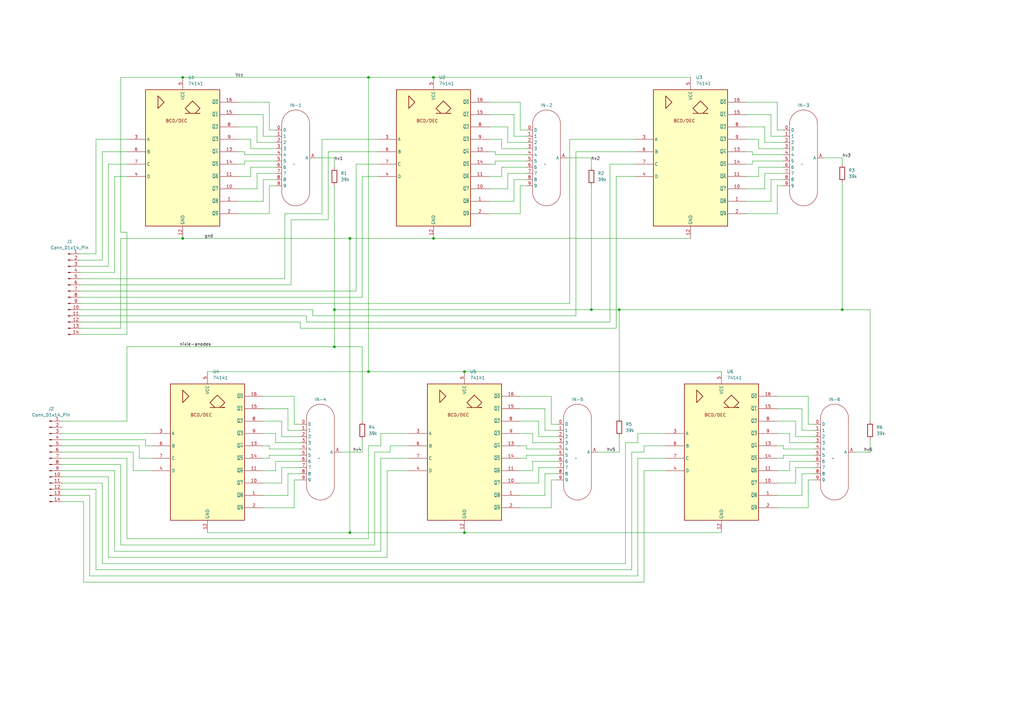
<source format=kicad_sch>
(kicad_sch (version 20230121) (generator eeschema)
  (paper "A3")
  (lib_symbols
    (symbol "Connector:Conn_01x14_Pin" (pin_names (offset 1.016) hide)
      (property "Reference" "J" (at 0 17.78 0))
      (property "Value" "Conn_01x14_Pin" (at 0 -20.32 0))
      (symbol "Conn_01x14_Pin_1_1"
        (polyline (pts (xy 1.27 -17.78) (xy 0.8636 -17.78)) (stroke (width 0.1524)))
        (polyline (pts (xy 1.27 -15.24) (xy 0.8636 -15.24)) (stroke (width 0.1524)))
        (polyline (pts (xy 1.27 -12.7) (xy 0.8636 -12.7)) (stroke (width 0.1524)))
        (polyline (pts (xy 1.27 -10.16) (xy 0.8636 -10.16)) (stroke (width 0.1524)))
        (polyline (pts (xy 1.27 -7.62) (xy 0.8636 -7.62)) (stroke (width 0.1524)))
        (polyline (pts (xy 1.27 -5.08) (xy 0.8636 -5.08)) (stroke (width 0.1524)))
        (polyline (pts (xy 1.27 -2.54) (xy 0.8636 -2.54)) (stroke (width 0.1524)))
        (polyline (pts (xy 1.27 0) (xy 0.8636 0)) (stroke (width 0.1524)))
        (polyline (pts (xy 1.27 2.54) (xy 0.8636 2.54)) (stroke (width 0.1524)))
        (polyline (pts (xy 1.27 5.08) (xy 0.8636 5.08)) (stroke (width 0.1524)))
        (polyline (pts (xy 1.27 7.62) (xy 0.8636 7.62)) (stroke (width 0.1524)))
        (polyline (pts (xy 1.27 10.16) (xy 0.8636 10.16)) (stroke (width 0.1524)))
        (polyline (pts (xy 1.27 12.7) (xy 0.8636 12.7)) (stroke (width 0.1524)))
        (polyline (pts (xy 1.27 15.24) (xy 0.8636 15.24)) (stroke (width 0.1524)))
        (rectangle (start 0.8636 -17.653) (end 0 -17.907) (stroke (width 0.1524)) (fill (type outline)))
        (rectangle (start 0.8636 -15.113) (end 0 -15.367) (stroke (width 0.1524)) (fill (type outline)))
        (rectangle (start 0.8636 -12.573) (end 0 -12.827) (stroke (width 0.1524)) (fill (type outline)))
        (rectangle (start 0.8636 -10.033) (end 0 -10.287) (stroke (width 0.1524)) (fill (type outline)))
        (rectangle (start 0.8636 -7.493) (end 0 -7.747) (stroke (width 0.1524)) (fill (type outline)))
        (rectangle (start 0.8636 -4.953) (end 0 -5.207) (stroke (width 0.1524)) (fill (type outline)))
        (rectangle (start 0.8636 -2.413) (end 0 -2.667) (stroke (width 0.1524)) (fill (type outline)))
        (rectangle (start 0.8636 0.127) (end 0 -0.127) (stroke (width 0.1524)) (fill (type outline)))
        (rectangle (start 0.8636 2.667) (end 0 2.413) (stroke (width 0.1524)) (fill (type outline)))
        (rectangle (start 0.8636 5.207) (end 0 4.953) (stroke (width 0.1524)) (fill (type outline)))
        (rectangle (start 0.8636 7.747) (end 0 7.493) (stroke (width 0.1524)) (fill (type outline)))
        (rectangle (start 0.8636 10.287) (end 0 10.033) (stroke (width 0.1524)) (fill (type outline)))
        (rectangle (start 0.8636 12.827) (end 0 12.573) (stroke (width 0.1524)) (fill (type outline)))
        (rectangle (start 0.8636 15.367) (end 0 15.113) (stroke (width 0.1524)) (fill (type outline)))
        (pin passive line (at 5.08 15.24 180) (length 3.81) (name "Pin_1") (number "1"))
        (pin passive line (at 5.08 -7.62 180) (length 3.81) (name "Pin_10") (number "10"))
        (pin passive line (at 5.08 -10.16 180) (length 3.81) (name "Pin_11") (number "11"))
        (pin passive line (at 5.08 -12.7 180) (length 3.81) (name "Pin_12") (number "12"))
        (pin passive line (at 5.08 -15.24 180) (length 3.81) (name "Pin_13") (number "13"))
        (pin passive line (at 5.08 -17.78 180) (length 3.81) (name "Pin_14") (number "14"))
        (pin passive line (at 5.08 12.7 180) (length 3.81) (name "Pin_2") (number "2"))
        (pin passive line (at 5.08 10.16 180) (length 3.81) (name "Pin_3") (number "3"))
        (pin passive line (at 5.08 7.62 180) (length 3.81) (name "Pin_4") (number "4"))
        (pin passive line (at 5.08 5.08 180) (length 3.81) (name "Pin_5") (number "5"))
        (pin passive line (at 5.08 2.54 180) (length 3.81) (name "Pin_6") (number "6"))
        (pin passive line (at 5.08 0 180) (length 3.81) (name "Pin_7") (number "7"))
        (pin passive line (at 5.08 -2.54 180) (length 3.81) (name "Pin_8") (number "8"))
        (pin passive line (at 5.08 -5.08 180) (length 3.81) (name "Pin_9") (number "9"))
      )
    )
    (symbol "Device:R" (pin_numbers hide) (pin_names (offset 0))
      (property "Reference" "R" (at 2.032 0 90))
      (property "Value" "R" (at 0 0 90))
      (symbol "R_0_1"
        (rectangle (start -1.016 -2.54) (end 1.016 2.54) (stroke (width 0.254)))
      )
      (symbol "R_1_1"
        (pin passive line (at 0 3.81 270) (length 1.27) (name "~") (number "1"))
        (pin passive line (at 0 -3.81 90) (length 1.27) (name "~") (number "2"))
      )
    )
    (symbol "Nixie Drivers:74141"
      (property "Reference" "U" (at 0 0 0))
      (property "Value" "74141" (at 15.24 -30.48 0))
      (symbol "74141_0_0"
        (polyline (pts (xy 7.112 18.288) (xy 6.096 18.288) (xy 6.096 18.288)) (stroke (width 0.254)) (fill (type background)))
        (polyline (pts (xy -10.16 25.4) (xy -10.16 20.32) (xy -7.62 22.86) (xy -10.16 25.4) (xy -10.16 25.4)) (stroke (width 0.254)) (fill (type background)))
        (polyline (pts (xy 5.08 18.288) (xy 7.112 20.32) (xy 4.064 23.368) (xy 1.016 20.32) (xy 3.048 18.288) (xy 1.016 18.288) (xy 7.112 18.288)) (stroke (width 0.254)) (fill (type background)))
        (text "BCD/DEC" (at -2.54 15.24 0) (effects (font (size 1.27 1.27))))
        (pin power_in line (at 0 -33.02 90) (length 5.08) (name "GND") (number "12"))
        (pin power_in line (at 0 33.02 270) (length 5.08) (name "VCC") (number "5"))
      )
      (symbol "74141_0_1"
        (rectangle (start -15.24 27.94) (end 15.24 -27.94) (stroke (width 0.254)) (fill (type background)))
      )
      (symbol "74141_1_1"
        (pin open_collector line (at 22.86 -17.78 180) (length 7.62) (name "~{Q8}") (number "1"))
        (pin open_collector line (at 22.86 -12.7 180) (length 7.62) (name "~{Q7}") (number "10"))
        (pin open_collector line (at 22.86 -7.62 180) (length 7.62) (name "~{Q6}") (number "11"))
        (pin open_collector line (at 22.86 2.54 180) (length 7.62) (name "~{Q4}") (number "13"))
        (pin open_collector line (at 22.86 -2.54 180) (length 7.62) (name "~{Q5}") (number "14"))
        (pin open_collector line (at 22.86 17.78 180) (length 7.62) (name "~{Q1}") (number "15"))
        (pin open_collector line (at 22.86 22.86 180) (length 7.62) (name "~{Q0}") (number "16"))
        (pin open_collector line (at 22.86 -22.86 180) (length 7.62) (name "~{Q9}") (number "2"))
        (pin input line (at -22.86 7.62 0) (length 7.62) (name "A") (number "3"))
        (pin input line (at -22.86 -7.62 0) (length 7.62) (name "D") (number "4"))
        (pin input line (at -22.86 2.54 0) (length 7.62) (name "B") (number "6"))
        (pin input line (at -22.86 -2.54 0) (length 7.62) (name "C") (number "7"))
        (pin open_collector line (at 22.86 12.7 180) (length 7.62) (name "~{Q2}") (number "8"))
        (pin open_collector line (at 22.86 7.62 180) (length 7.62) (name "~{Q3}") (number "9"))
      )
    )
    (symbol "Nixies:IN-17"
      (property "Reference" "IN-17" (at 1.27 7.62 0))
      (symbol "IN-17_0_1"
        (arc (start -5.08 -11.43) (mid 0.635 -17.1113) (end 6.35 -11.43))
        (polyline (pts (xy -5.08 16.51) (xy -5.08 -11.43)))
        (polyline (pts (xy 6.35 -11.43) (xy 6.35 16.51)))
        (arc (start 6.35 16.51) (mid 0.635 22.1913) (end -5.08 16.51))
      )
      (symbol "IN-17_1_1"
        (pin open_emitter line (at -7.62 13.97 0) (length 2.54) (name "0") (number "0"))
        (pin open_emitter line (at -7.62 11.43 0) (length 2.54) (name "1") (number "1"))
        (pin open_emitter line (at -7.62 8.89 0) (length 2.54) (name "2") (number "2"))
        (pin open_emitter line (at -7.62 6.35 0) (length 2.54) (name "3") (number "3"))
        (pin open_emitter line (at -7.62 3.81 0) (length 2.54) (name "4") (number "4"))
        (pin open_emitter line (at -7.62 1.27 0) (length 2.54) (name "5") (number "5"))
        (pin open_emitter line (at -7.62 -1.27 0) (length 2.54) (name "6") (number "6"))
        (pin open_emitter line (at -7.62 -3.81 0) (length 2.54) (name "7") (number "7"))
        (pin open_emitter line (at -7.62 -6.35 0) (length 2.54) (name "8") (number "8"))
        (pin open_emitter line (at -7.62 -8.89 0) (length 2.54) (name "9") (number "9"))
        (pin open_collector line (at 8.89 2.54 180) (length 2.54) (name "A") (number "A"))
      )
    )
  )
  (junction (at 74.93 31.75))
  (junction (at 254 127))
  (junction (at 151.13 152.4))
  (junction (at 177.8 97.79))
  (junction (at 151.13 31.75))
  (junction (at 74.93 97.79))
  (junction (at 190.5 218.44))
  (junction (at 143.51 97.79))
  (junction (at 143.51 218.44))
  (junction (at 190.5 152.4))
  (junction (at 137.16 142.24))
  (junction (at 177.8 31.75))
  (junction (at 242.57 127))
  (junction (at 137.16 127))
  (junction (at 345.44 127))
  (wire (pts (xy 107.95 162.56) (xy 120.65 162.56)))
  (wire (pts (xy 177.8 97.79) (xy 283.21 97.79)))
  (wire (pts (xy 97.79 41.91) (xy 110.49 41.91)))
  (wire (pts (xy 205.74 57.15) (xy 205.74 60.96)))
  (wire (pts (xy 328.93 203.2) (xy 328.93 194.31)))
  (wire (pts (xy 218.44 189.23) (xy 228.6 189.23)))
  (wire (pts (xy 254 127) (xy 254 171.45)))
  (wire (pts (xy 203.2 63.5) (xy 215.9 63.5)))
  (wire (pts (xy 151.13 31.75) (xy 151.13 152.4)))
  (wire (pts (xy 316.23 55.88) (xy 321.31 55.88)))
  (wire (pts (xy 167.64 193.04) (xy 158.75 193.04)))
  (wire (pts (xy 143.51 218.44) (xy 190.5 218.44)))
  (wire (pts (xy 203.2 67.31) (xy 203.2 66.04)))
  (wire (pts (xy 308.61 66.04) (xy 321.31 66.04)))
  (wire (pts (xy 97.79 87.63) (xy 110.49 87.63)))
  (wire (pts (xy 213.36 177.8) (xy 218.44 177.8)))
  (wire (pts (xy 215.9 186.69) (xy 228.6 186.69)))
  (wire (pts (xy 49.53 95.25) (xy 52.07 95.25)))
  (wire (pts (xy 331.47 173.99) (xy 334.01 173.99)))
  (wire (pts (xy 226.06 162.56) (xy 226.06 173.99)))
  (wire (pts (xy 306.07 57.15) (xy 311.15 57.15)))
  (wire (pts (xy 110.49 87.63) (xy 110.49 76.2)))
  (wire (pts (xy 318.77 198.12) (xy 326.39 198.12)))
  (wire (pts (xy 321.31 184.15) (xy 334.01 184.15)))
  (wire (pts (xy 52.07 142.24) (xy 52.07 172.72)))
  (wire (pts (xy 167.64 177.8) (xy 156.21 177.8)))
  (wire (pts (xy 113.03 193.04) (xy 113.03 189.23)))
  (wire (pts (xy 52.07 220.98) (xy 52.07 187.96)))
  (wire (pts (xy 220.98 179.07) (xy 228.6 179.07)))
  (wire (pts (xy 46.99 193.04) (xy 25.4 193.04)))
  (wire (pts (xy 328.93 167.64) (xy 328.93 176.53)))
  (wire (pts (xy 44.45 195.58) (xy 25.4 195.58)))
  (wire (pts (xy 120.65 196.85) (xy 123.19 196.85)))
  (wire (pts (xy 107.95 193.04) (xy 113.03 193.04)))
  (wire (pts (xy 74.93 97.79) (xy 49.53 97.79)))
  (wire (pts (xy 107.95 182.88) (xy 110.49 182.88)))
  (wire (pts (xy 57.15 187.96) (xy 57.15 182.88)))
  (wire (pts (xy 215.9 182.88) (xy 215.9 184.15)))
  (wire (pts (xy 323.85 177.8) (xy 323.85 181.61)))
  (wire (pts (xy 160.02 185.42) (xy 153.67 185.42)))
  (wire (pts (xy 213.36 76.2) (xy 215.9 76.2)))
  (wire (pts (xy 33.02 111.76) (xy 46.99 111.76)))
  (wire (pts (xy 102.87 57.15) (xy 102.87 60.96)))
  (wire (pts (xy 264.16 193.04) (xy 264.16 238.76)))
  (wire (pts (xy 143.51 97.79) (xy 177.8 97.79)))
  (wire (pts (xy 49.53 97.79) (xy 49.53 134.62)))
  (wire (pts (xy 119.38 90.17) (xy 119.38 116.84)))
  (wire (pts (xy 115.57 198.12) (xy 115.57 191.77)))
  (wire (pts (xy 36.83 203.2) (xy 25.4 203.2)))
  (wire (pts (xy 137.16 127) (xy 137.16 76.2)))
  (wire (pts (xy 107.95 187.96) (xy 110.49 187.96)))
  (wire (pts (xy 139.7 185.42) (xy 148.59 185.42)))
  (wire (pts (xy 177.8 31.75) (xy 283.21 31.75)))
  (wire (pts (xy 39.37 200.66) (xy 25.4 200.66)))
  (wire (pts (xy 311.15 60.96) (xy 321.31 60.96)))
  (wire (pts (xy 313.69 77.47) (xy 313.69 71.12)))
  (wire (pts (xy 36.83 236.22) (xy 36.83 203.2)))
  (wire (pts (xy 252.73 72.39) (xy 252.73 134.62)))
  (wire (pts (xy 167.64 182.88) (xy 160.02 182.88)))
  (wire (pts (xy 210.82 46.99) (xy 210.82 55.88)))
  (wire (pts (xy 62.23 182.88) (xy 59.69 182.88)))
  (wire (pts (xy 41.91 231.14) (xy 41.91 198.12)))
  (wire (pts (xy 129.54 64.77) (xy 137.16 64.77)))
  (wire (pts (xy 250.19 132.08) (xy 125.73 132.08)))
  (wire (pts (xy 116.84 87.63) (xy 116.84 114.3)))
  (wire (pts (xy 218.44 177.8) (xy 218.44 181.61)))
  (wire (pts (xy 306.07 46.99) (xy 316.23 46.99)))
  (wire (pts (xy 331.47 208.28) (xy 331.47 196.85)))
  (wire (pts (xy 205.74 68.58) (xy 215.9 68.58)))
  (wire (pts (xy 33.02 106.68) (xy 41.91 106.68)))
  (wire (pts (xy 41.91 62.23) (xy 52.07 62.23)))
  (wire (pts (xy 316.23 82.55) (xy 316.23 73.66)))
  (wire (pts (xy 311.15 72.39) (xy 311.15 68.58)))
  (wire (pts (xy 105.41 77.47) (xy 105.41 71.12)))
  (wire (pts (xy 316.23 46.99) (xy 316.23 55.88)))
  (wire (pts (xy 125.73 132.08) (xy 125.73 129.54)))
  (wire (pts (xy 215.9 187.96) (xy 215.9 186.69)))
  (wire (pts (xy 151.13 182.88) (xy 151.13 220.98)))
  (wire (pts (xy 260.35 67.31) (xy 250.19 67.31)))
  (wire (pts (xy 236.22 62.23) (xy 236.22 129.54)))
  (wire (pts (xy 223.52 203.2) (xy 223.52 194.31)))
  (wire (pts (xy 203.2 62.23) (xy 203.2 63.5)))
  (wire (pts (xy 39.37 104.14) (xy 39.37 57.15)))
  (wire (pts (xy 110.49 186.69) (xy 123.19 186.69)))
  (wire (pts (xy 308.61 63.5) (xy 321.31 63.5)))
  (wire (pts (xy 33.02 124.46) (xy 233.68 124.46)))
  (wire (pts (xy 49.53 223.52) (xy 49.53 190.5)))
  (wire (pts (xy 308.61 67.31) (xy 308.61 66.04)))
  (wire (pts (xy 151.13 31.75) (xy 177.8 31.75)))
  (wire (pts (xy 107.95 167.64) (xy 118.11 167.64)))
  (wire (pts (xy 110.49 182.88) (xy 110.49 184.15)))
  (wire (pts (xy 49.53 31.75) (xy 49.53 95.25)))
  (wire (pts (xy 205.74 60.96) (xy 215.9 60.96)))
  (wire (pts (xy 134.62 90.17) (xy 119.38 90.17)))
  (wire (pts (xy 107.95 55.88) (xy 113.03 55.88)))
  (wire (pts (xy 226.06 208.28) (xy 226.06 196.85)))
  (wire (pts (xy 137.16 127) (xy 242.57 127)))
  (wire (pts (xy 148.59 172.72) (xy 148.59 142.24)))
  (wire (pts (xy 137.16 142.24) (xy 137.16 127)))
  (wire (pts (xy 308.61 62.23) (xy 308.61 63.5)))
  (wire (pts (xy 137.16 64.77) (xy 137.16 68.58)))
  (wire (pts (xy 148.59 72.39) (xy 154.94 72.39)))
  (wire (pts (xy 62.23 187.96) (xy 57.15 187.96)))
  (wire (pts (xy 213.36 203.2) (xy 223.52 203.2)))
  (wire (pts (xy 236.22 129.54) (xy 128.27 129.54)))
  (wire (pts (xy 85.09 218.44) (xy 143.51 218.44)))
  (wire (pts (xy 261.62 181.61) (xy 256.54 181.61)))
  (wire (pts (xy 273.05 187.96) (xy 261.62 187.96)))
  (wire (pts (xy 107.95 46.99) (xy 107.95 55.88)))
  (wire (pts (xy 318.77 167.64) (xy 328.93 167.64)))
  (wire (pts (xy 107.95 198.12) (xy 115.57 198.12)))
  (wire (pts (xy 132.08 87.63) (xy 116.84 87.63)))
  (wire (pts (xy 242.57 127) (xy 242.57 76.2)))
  (wire (pts (xy 200.66 67.31) (xy 203.2 67.31)))
  (wire (pts (xy 190.5 152.4) (xy 295.91 152.4)))
  (wire (pts (xy 200.66 87.63) (xy 213.36 87.63)))
  (wire (pts (xy 326.39 198.12) (xy 326.39 191.77)))
  (wire (pts (xy 218.44 193.04) (xy 218.44 189.23)))
  (wire (pts (xy 107.95 82.55) (xy 107.95 73.66)))
  (wire (pts (xy 110.49 53.34) (xy 113.03 53.34)))
  (wire (pts (xy 110.49 187.96) (xy 110.49 186.69)))
  (wire (pts (xy 105.41 52.07) (xy 105.41 58.42)))
  (wire (pts (xy 102.87 72.39) (xy 102.87 68.58)))
  (wire (pts (xy 318.77 182.88) (xy 321.31 182.88)))
  (wire (pts (xy 52.07 172.72) (xy 25.4 172.72)))
  (wire (pts (xy 146.05 119.38) (xy 33.02 119.38)))
  (wire (pts (xy 85.09 152.4) (xy 151.13 152.4)))
  (wire (pts (xy 107.95 203.2) (xy 118.11 203.2)))
  (wire (pts (xy 100.33 63.5) (xy 113.03 63.5)))
  (wire (pts (xy 213.36 193.04) (xy 218.44 193.04)))
  (wire (pts (xy 261.62 187.96) (xy 261.62 236.22)))
  (wire (pts (xy 97.79 82.55) (xy 107.95 82.55)))
  (wire (pts (xy 318.77 203.2) (xy 328.93 203.2)))
  (wire (pts (xy 306.07 87.63) (xy 318.77 87.63)))
  (wire (pts (xy 97.79 57.15) (xy 102.87 57.15)))
  (wire (pts (xy 256.54 231.14) (xy 41.91 231.14)))
  (wire (pts (xy 264.16 185.42) (xy 259.08 185.42)))
  (wire (pts (xy 313.69 58.42) (xy 321.31 58.42)))
  (wire (pts (xy 213.36 162.56) (xy 226.06 162.56)))
  (wire (pts (xy 118.11 194.31) (xy 123.19 194.31)))
  (wire (pts (xy 326.39 191.77) (xy 334.01 191.77)))
  (wire (pts (xy 52.07 142.24) (xy 137.16 142.24)))
  (wire (pts (xy 33.02 104.14) (xy 39.37 104.14)))
  (wire (pts (xy 261.62 236.22) (xy 36.83 236.22)))
  (wire (pts (xy 321.31 187.96) (xy 321.31 186.69)))
  (wire (pts (xy 261.62 177.8) (xy 273.05 177.8)))
  (wire (pts (xy 118.11 176.53) (xy 123.19 176.53)))
  (wire (pts (xy 316.23 73.66) (xy 321.31 73.66)))
  (wire (pts (xy 49.53 190.5) (xy 25.4 190.5)))
  (wire (pts (xy 318.77 187.96) (xy 321.31 187.96)))
  (wire (pts (xy 213.36 41.91) (xy 213.36 53.34)))
  (wire (pts (xy 306.07 41.91) (xy 318.77 41.91)))
  (wire (pts (xy 306.07 72.39) (xy 311.15 72.39)))
  (wire (pts (xy 306.07 77.47) (xy 313.69 77.47)))
  (wire (pts (xy 46.99 111.76) (xy 46.99 72.39)))
  (wire (pts (xy 158.75 228.6) (xy 44.45 228.6)))
  (wire (pts (xy 59.69 182.88) (xy 59.69 180.34)))
  (wire (pts (xy 260.35 62.23) (xy 236.22 62.23)))
  (wire (pts (xy 128.27 129.54) (xy 128.27 127)))
  (wire (pts (xy 160.02 182.88) (xy 160.02 185.42)))
  (wire (pts (xy 190.5 218.44) (xy 295.91 218.44)))
  (wire (pts (xy 350.52 185.42) (xy 356.87 185.42)))
  (wire (pts (xy 34.29 238.76) (xy 34.29 205.74)))
  (wire (pts (xy 123.19 132.08) (xy 33.02 132.08)))
  (wire (pts (xy 44.45 109.22) (xy 44.45 67.31)))
  (wire (pts (xy 200.66 46.99) (xy 210.82 46.99)))
  (wire (pts (xy 148.59 121.92) (xy 33.02 121.92)))
  (wire (pts (xy 107.95 208.28) (xy 120.65 208.28)))
  (wire (pts (xy 41.91 106.68) (xy 41.91 62.23)))
  (wire (pts (xy 44.45 67.31) (xy 52.07 67.31)))
  (wire (pts (xy 260.35 57.15) (xy 233.68 57.15)))
  (wire (pts (xy 326.39 179.07) (xy 334.01 179.07)))
  (wire (pts (xy 318.77 193.04) (xy 323.85 193.04)))
  (wire (pts (xy 200.66 57.15) (xy 205.74 57.15)))
  (wire (pts (xy 256.54 181.61) (xy 256.54 231.14)))
  (wire (pts (xy 33.02 129.54) (xy 125.73 129.54)))
  (wire (pts (xy 264.16 182.88) (xy 264.16 185.42)))
  (wire (pts (xy 213.36 198.12) (xy 220.98 198.12)))
  (wire (pts (xy 210.82 73.66) (xy 215.9 73.66)))
  (wire (pts (xy 116.84 114.3) (xy 33.02 114.3)))
  (wire (pts (xy 143.51 97.79) (xy 143.51 218.44)))
  (wire (pts (xy 218.44 181.61) (xy 228.6 181.61)))
  (wire (pts (xy 318.77 41.91) (xy 318.77 53.34)))
  (wire (pts (xy 97.79 67.31) (xy 100.33 67.31)))
  (wire (pts (xy 223.52 167.64) (xy 223.52 176.53)))
  (wire (pts (xy 210.82 55.88) (xy 215.9 55.88)))
  (wire (pts (xy 151.13 220.98) (xy 52.07 220.98)))
  (wire (pts (xy 33.02 109.22) (xy 44.45 109.22)))
  (wire (pts (xy 110.49 41.91) (xy 110.49 53.34)))
  (wire (pts (xy 123.19 134.62) (xy 123.19 132.08)))
  (wire (pts (xy 107.95 177.8) (xy 113.03 177.8)))
  (wire (pts (xy 232.41 64.77) (xy 242.57 64.77)))
  (wire (pts (xy 156.21 182.88) (xy 151.13 182.88)))
  (wire (pts (xy 119.38 116.84) (xy 33.02 116.84)))
  (wire (pts (xy 200.66 82.55) (xy 210.82 82.55)))
  (wire (pts (xy 156.21 226.06) (xy 46.99 226.06)))
  (wire (pts (xy 213.36 172.72) (xy 220.98 172.72)))
  (wire (pts (xy 54.61 185.42) (xy 25.4 185.42)))
  (wire (pts (xy 220.98 172.72) (xy 220.98 179.07)))
  (wire (pts (xy 74.93 31.75) (xy 151.13 31.75)))
  (wire (pts (xy 62.23 177.8) (xy 25.4 177.8)))
  (wire (pts (xy 46.99 226.06) (xy 46.99 193.04)))
  (wire (pts (xy 156.21 177.8) (xy 156.21 182.88)))
  (wire (pts (xy 100.33 66.04) (xy 113.03 66.04)))
  (wire (pts (xy 323.85 189.23) (xy 334.01 189.23)))
  (wire (pts (xy 113.03 181.61) (xy 123.19 181.61)))
  (wire (pts (xy 167.64 187.96) (xy 156.21 187.96)))
  (wire (pts (xy 306.07 82.55) (xy 316.23 82.55)))
  (wire (pts (xy 115.57 179.07) (xy 123.19 179.07)))
  (wire (pts (xy 110.49 184.15) (xy 123.19 184.15)))
  (wire (pts (xy 250.19 67.31) (xy 250.19 132.08)))
  (wire (pts (xy 44.45 228.6) (xy 44.45 195.58)))
  (wire (pts (xy 306.07 67.31) (xy 308.61 67.31)))
  (wire (pts (xy 311.15 57.15) (xy 311.15 60.96)))
  (wire (pts (xy 148.59 185.42) (xy 148.59 180.34)))
  (wire (pts (xy 62.23 193.04) (xy 54.61 193.04)))
  (wire (pts (xy 97.79 77.47) (xy 105.41 77.47)))
  (wire (pts (xy 210.82 82.55) (xy 210.82 73.66)))
  (wire (pts (xy 97.79 46.99) (xy 107.95 46.99)))
  (wire (pts (xy 200.66 62.23) (xy 203.2 62.23)))
  (wire (pts (xy 132.08 57.15) (xy 154.94 57.15)))
  (wire (pts (xy 213.36 187.96) (xy 215.9 187.96)))
  (wire (pts (xy 102.87 60.96) (xy 113.03 60.96)))
  (wire (pts (xy 120.65 208.28) (xy 120.65 196.85)))
  (wire (pts (xy 226.06 196.85) (xy 228.6 196.85)))
  (wire (pts (xy 39.37 233.68) (xy 39.37 200.66)))
  (wire (pts (xy 200.66 52.07) (xy 208.28 52.07)))
  (wire (pts (xy 318.77 76.2) (xy 321.31 76.2)))
  (wire (pts (xy 115.57 191.77) (xy 123.19 191.77)))
  (wire (pts (xy 120.65 162.56) (xy 120.65 173.99)))
  (wire (pts (xy 226.06 173.99) (xy 228.6 173.99)))
  (wire (pts (xy 345.44 64.77) (xy 345.44 67.31)))
  (wire (pts (xy 110.49 76.2) (xy 113.03 76.2)))
  (wire (pts (xy 260.35 72.39) (xy 252.73 72.39)))
  (wire (pts (xy 105.41 71.12) (xy 113.03 71.12)))
  (wire (pts (xy 156.21 187.96) (xy 156.21 226.06)))
  (wire (pts (xy 345.44 127) (xy 345.44 74.93)))
  (wire (pts (xy 264.16 238.76) (xy 34.29 238.76)))
  (wire (pts (xy 306.07 62.23) (xy 308.61 62.23)))
  (wire (pts (xy 223.52 176.53) (xy 228.6 176.53)))
  (wire (pts (xy 52.07 95.25) (xy 52.07 137.16)))
  (wire (pts (xy 318.77 162.56) (xy 331.47 162.56)))
  (wire (pts (xy 25.4 205.74) (xy 34.29 205.74)))
  (wire (pts (xy 313.69 71.12) (xy 321.31 71.12)))
  (wire (pts (xy 306.07 52.07) (xy 313.69 52.07)))
  (wire (pts (xy 200.66 41.91) (xy 213.36 41.91)))
  (wire (pts (xy 200.66 72.39) (xy 205.74 72.39)))
  (wire (pts (xy 208.28 52.07) (xy 208.28 58.42)))
  (wire (pts (xy 213.36 53.34) (xy 215.9 53.34)))
  (wire (pts (xy 318.77 172.72) (xy 326.39 172.72)))
  (wire (pts (xy 148.59 142.24) (xy 137.16 142.24)))
  (wire (pts (xy 200.66 77.47) (xy 208.28 77.47)))
  (wire (pts (xy 259.08 233.68) (xy 39.37 233.68)))
  (wire (pts (xy 134.62 62.23) (xy 134.62 90.17)))
  (wire (pts (xy 318.77 53.34) (xy 321.31 53.34)))
  (wire (pts (xy 118.11 167.64) (xy 118.11 176.53)))
  (wire (pts (xy 113.03 177.8) (xy 113.03 181.61)))
  (wire (pts (xy 220.98 191.77) (xy 228.6 191.77)))
  (wire (pts (xy 273.05 182.88) (xy 264.16 182.88)))
  (wire (pts (xy 59.69 180.34) (xy 25.4 180.34)))
  (wire (pts (xy 326.39 172.72) (xy 326.39 179.07)))
  (wire (pts (xy 328.93 176.53) (xy 334.01 176.53)))
  (wire (pts (xy 153.67 223.52) (xy 49.53 223.52)))
  (wire (pts (xy 97.79 52.07) (xy 105.41 52.07)))
  (wire (pts (xy 313.69 52.07) (xy 313.69 58.42)))
  (wire (pts (xy 337.82 64.77) (xy 345.44 64.77)))
  (wire (pts (xy 331.47 162.56) (xy 331.47 173.99)))
  (wire (pts (xy 318.77 208.28) (xy 331.47 208.28)))
  (wire (pts (xy 107.95 73.66) (xy 113.03 73.66)))
  (wire (pts (xy 115.57 172.72) (xy 115.57 179.07)))
  (wire (pts (xy 356.87 185.42) (xy 356.87 180.34)))
  (wire (pts (xy 46.99 72.39) (xy 52.07 72.39)))
  (wire (pts (xy 311.15 68.58) (xy 321.31 68.58)))
  (wire (pts (xy 113.03 189.23) (xy 123.19 189.23)))
  (wire (pts (xy 52.07 187.96) (xy 25.4 187.96)))
  (wire (pts (xy 120.65 173.99) (xy 123.19 173.99)))
  (wire (pts (xy 146.05 67.31) (xy 146.05 119.38)))
  (wire (pts (xy 245.11 185.42) (xy 254 185.42)))
  (wire (pts (xy 102.87 68.58) (xy 113.03 68.58)))
  (wire (pts (xy 97.79 72.39) (xy 102.87 72.39)))
  (wire (pts (xy 323.85 193.04) (xy 323.85 189.23)))
  (wire (pts (xy 321.31 182.88) (xy 321.31 184.15)))
  (wire (pts (xy 261.62 177.8) (xy 261.62 181.61)))
  (wire (pts (xy 208.28 58.42) (xy 215.9 58.42)))
  (wire (pts (xy 356.87 127) (xy 356.87 172.72)))
  (wire (pts (xy 318.77 177.8) (xy 323.85 177.8)))
  (wire (pts (xy 52.07 137.16) (xy 33.02 137.16)))
  (wire (pts (xy 213.36 182.88) (xy 215.9 182.88)))
  (wire (pts (xy 100.33 67.31) (xy 100.33 66.04)))
  (wire (pts (xy 331.47 196.85) (xy 334.01 196.85)))
  (wire (pts (xy 100.33 62.23) (xy 100.33 63.5)))
  (wire (pts (xy 134.62 62.23) (xy 154.94 62.23)))
  (wire (pts (xy 54.61 193.04) (xy 54.61 185.42)))
  (wire (pts (xy 356.87 127) (xy 345.44 127)))
  (wire (pts (xy 223.52 194.31) (xy 228.6 194.31)))
  (wire (pts (xy 208.28 77.47) (xy 208.28 71.12)))
  (wire (pts (xy 49.53 31.75) (xy 74.93 31.75)))
  (wire (pts (xy 254 127) (xy 242.57 127)))
  (wire (pts (xy 153.67 185.42) (xy 153.67 223.52)))
  (wire (pts (xy 151.13 152.4) (xy 190.5 152.4)))
  (wire (pts (xy 39.37 57.15) (xy 52.07 57.15)))
  (wire (pts (xy 97.79 62.23) (xy 100.33 62.23)))
  (wire (pts (xy 328.93 194.31) (xy 334.01 194.31)))
  (wire (pts (xy 252.73 134.62) (xy 123.19 134.62)))
  (wire (pts (xy 132.08 57.15) (xy 132.08 87.63)))
  (wire (pts (xy 158.75 193.04) (xy 158.75 228.6)))
  (wire (pts (xy 208.28 71.12) (xy 215.9 71.12)))
  (wire (pts (xy 146.05 67.31) (xy 154.94 67.31)))
  (wire (pts (xy 118.11 203.2) (xy 118.11 194.31)))
  (wire (pts (xy 273.05 193.04) (xy 264.16 193.04)))
  (wire (pts (xy 213.36 208.28) (xy 226.06 208.28)))
  (wire (pts (xy 105.41 58.42) (xy 113.03 58.42)))
  (wire (pts (xy 128.27 127) (xy 33.02 127)))
  (wire (pts (xy 321.31 186.69) (xy 334.01 186.69)))
  (wire (pts (xy 242.57 64.77) (xy 242.57 68.58)))
  (wire (pts (xy 213.36 87.63) (xy 213.36 76.2)))
  (wire (pts (xy 41.91 198.12) (xy 25.4 198.12)))
  (wire (pts (xy 215.9 184.15) (xy 228.6 184.15)))
  (wire (pts (xy 318.77 87.63) (xy 318.77 76.2)))
  (wire (pts (xy 254 127) (xy 345.44 127)))
  (wire (pts (xy 254 185.42) (xy 254 179.07)))
  (wire (pts (xy 107.95 172.72) (xy 115.57 172.72)))
  (wire (pts (xy 259.08 185.42) (xy 259.08 233.68)))
  (wire (pts (xy 57.15 182.88) (xy 25.4 182.88)))
  (wire (pts (xy 74.93 97.79) (xy 143.51 97.79)))
  (wire (pts (xy 148.59 72.39) (xy 148.59 121.92)))
  (wire (pts (xy 233.68 57.15) (xy 233.68 124.46)))
  (wire (pts (xy 203.2 66.04) (xy 215.9 66.04)))
  (wire (pts (xy 205.74 72.39) (xy 205.74 68.58)))
  (wire (pts (xy 323.85 181.61) (xy 334.01 181.61)))
  (wire (pts (xy 213.36 167.64) (xy 223.52 167.64)))
  (wire (pts (xy 220.98 198.12) (xy 220.98 191.77)))
  (wire (pts (xy 49.53 134.62) (xy 33.02 134.62)))
  (label "hv4" (at 144.78 185.42 0))
  (label "nixie-anodes" (at 73.66 142.24 0))
  (label "hv5" (at 248.92 185.42 0))
  (label "hv2" (at 242.57 66.04 0))
  (label "hv3" (at 345.44 64.77 0))
  (label "hv6" (at 354.33 185.42 0))
  (label "Vcc" (at 96.52 31.75 0))
  (label "hv1" (at 137.16 66.04 0))
  (label "gnd" (at 83.82 97.79 0))
  (symbol (lib_id "Device:R") (at 148.59 176.53 0) (unit 1)
    (property "Reference" "R4" (at 151.13 175.26 0) (effects (justify left)))
    (property "Value" "39k" (at 151.13 177.8 0) (effects (justify left)))
    (property "Footprint" "Resistor_THT:R_Axial_DIN0207_L6.3mm_D2.5mm_P10.16mm_Horizontal" (effects hide))
  )
  (symbol (lib_id "Device:R") (at 137.16 72.39 0) (unit 1)
    (property "Reference" "R1" (at 139.7 71.12 0) (effects (justify left)))
    (property "Value" "39k" (at 139.7 73.66 0) (effects (justify left)))
    (property "Footprint" "Resistor_THT:R_Axial_DIN0207_L6.3mm_D2.5mm_P10.16mm_Horizontal" (effects hide))
  )
  (symbol (lib_id "Connector:Conn_01x14_Pin") (at 27.94 119.38 0) (unit 1)
    (property "Reference" "J1" (at 28.575 99.06 0))
    (property "Value" "Conn_01x14_Pin" (at 28.575 101.6 0))
    (property "Footprint" "Connector_PinHeader_2.54mm:PinHeader_1x14_P2.54mm_Vertical" (effects hide))
  )
  (symbol (lib_id "Nixies:IN-17") (at 120.65 67.31 0) (unit 1)
    (property "Reference" "IN-1" (at 121.285 43.18 0))
    (property "Value" "~" (at 120.65 67.31 0))
    (property "Footprint" "Nixies:nixies-us-IN-17" (effects hide))
  )
  (symbol (lib_id "Nixies:IN-17") (at 223.52 67.31 0) (unit 1)
    (property "Reference" "IN-2" (at 224.155 43.18 0))
    (property "Value" "~" (at 223.52 67.31 0))
    (property "Footprint" "Nixies:nixies-us-IN-17" (effects hide))
  )
  (symbol (lib_id "Nixie Drivers:74141") (at 295.91 185.42 0) (unit 1)
    (property "Reference" "U6" (at 298.1041 152.4 0) (effects (justify left)))
    (property "Value" "74141" (at 298.1041 154.94 0) (effects (justify left)))
    (property "Footprint" "Package_DIP:DIP-16_W7.62mm_LongPads" (effects hide))
  )
  (symbol (lib_id "Nixies:IN-17") (at 130.81 187.96 0) (unit 1)
    (property "Reference" "IN-4" (at 131.445 163.83 0))
    (property "Value" "~" (at 130.81 187.96 0))
    (property "Footprint" "Nixies:nixies-us-IN-17" (effects hide))
  )
  (symbol (lib_id "Nixie Drivers:74141") (at 283.21 64.77 0) (unit 1)
    (property "Reference" "U3" (at 285.4041 31.75 0) (effects (justify left)))
    (property "Value" "74141" (at 285.4041 34.29 0) (effects (justify left)))
    (property "Footprint" "Package_DIP:DIP-16_W7.62mm_LongPads" (effects hide))
  )
  (symbol (lib_id "Device:R") (at 356.87 176.53 0) (unit 1)
    (property "Reference" "R6" (at 359.41 175.26 0) (effects (justify left)))
    (property "Value" "39k" (at 359.41 177.8 0) (effects (justify left)))
    (property "Footprint" "Resistor_THT:R_Axial_DIN0207_L6.3mm_D2.5mm_P10.16mm_Horizontal" (effects hide))
  )
  (symbol (lib_id "Nixies:IN-17") (at 328.93 67.31 0) (unit 1)
    (property "Reference" "IN-3" (at 329.565 43.18 0))
    (property "Value" "~" (at 328.93 67.31 0))
    (property "Footprint" "Nixies:nixies-us-IN-17" (effects hide))
  )
  (symbol (lib_id "Connector:Conn_01x14_Pin") (at 20.32 187.96 0) (unit 1)
    (property "Reference" "J2" (at 20.955 167.64 0))
    (property "Value" "Conn_01x14_Pin" (at 20.955 170.18 0))
    (property "Footprint" "Connector_PinHeader_2.54mm:PinHeader_1x14_P2.54mm_Vertical" (effects hide))
  )
  (symbol (lib_id "Nixie Drivers:74141") (at 74.93 64.77 0) (unit 1)
    (property "Reference" "U1" (at 77.1241 31.75 0) (effects (justify left)))
    (property "Value" "74141" (at 77.1241 34.29 0) (effects (justify left)))
    (property "Footprint" "Package_DIP:DIP-16_W7.62mm_LongPads" (effects hide))
  )
  (symbol (lib_id "Nixie Drivers:74141") (at 177.8 64.77 0) (unit 1)
    (property "Reference" "U2" (at 179.9941 31.75 0) (effects (justify left)))
    (property "Value" "74141" (at 179.9941 34.29 0) (effects (justify left)))
    (property "Footprint" "Package_DIP:DIP-16_W7.62mm_LongPads" (effects hide))
  )
  (symbol (lib_id "Nixie Drivers:74141") (at 85.09 185.42 0) (unit 1)
    (property "Reference" "U4" (at 87.2841 152.4 0) (effects (justify left)))
    (property "Value" "74141" (at 87.2841 154.94 0) (effects (justify left)))
    (property "Footprint" "Package_DIP:DIP-16_W7.62mm_LongPads" (effects hide))
  )
  (symbol (lib_id "Nixies:IN-17") (at 236.22 187.96 0) (unit 1)
    (property "Reference" "IN-5" (at 236.855 163.83 0))
    (property "Value" "~" (at 236.22 187.96 0))
    (property "Footprint" "Nixies:nixies-us-IN-17" (effects hide))
  )
  (symbol (lib_id "Device:R") (at 254 175.26 0) (unit 1)
    (property "Reference" "R5" (at 256.54 173.99 0) (effects (justify left)))
    (property "Value" "39k" (at 256.54 176.53 0) (effects (justify left)))
    (property "Footprint" "Resistor_THT:R_Axial_DIN0207_L6.3mm_D2.5mm_P10.16mm_Horizontal" (effects hide))
  )
  (symbol (lib_id "Device:R") (at 345.44 71.12 0) (unit 1)
    (property "Reference" "R3" (at 347.98 69.85 0) (effects (justify left)))
    (property "Value" "39k" (at 347.98 72.39 0) (effects (justify left)))
    (property "Footprint" "Resistor_THT:R_Axial_DIN0207_L6.3mm_D2.5mm_P10.16mm_Horizontal" (effects hide))
  )
  (symbol (lib_id "Nixie Drivers:74141") (at 190.5 185.42 0) (unit 1)
    (property "Reference" "U5" (at 192.6941 152.4 0) (effects (justify left)))
    (property "Value" "74141" (at 192.6941 154.94 0) (effects (justify left)))
    (property "Footprint" "Package_DIP:DIP-16_W7.62mm_LongPads" (effects hide))
  )
  (symbol (lib_id "Nixies:IN-17") (at 341.63 187.96 0) (unit 1)
    (property "Reference" "IN-6" (at 342.265 163.83 0))
    (property "Value" "~" (at 341.63 187.96 0))
    (property "Footprint" "Nixies:nixies-us-IN-17" (effects hide))
  )
  (symbol (lib_id "Device:R") (at 242.57 72.39 0) (unit 1)
    (property "Reference" "R2" (at 245.11 71.12 0) (effects (justify left)))
    (property "Value" "39k" (at 245.11 73.66 0) (effects (justify left)))
    (property "Footprint" "Resistor_THT:R_Axial_DIN0207_L6.3mm_D2.5mm_P10.16mm_Horizontal" (effects hide))
  )
)
</source>
